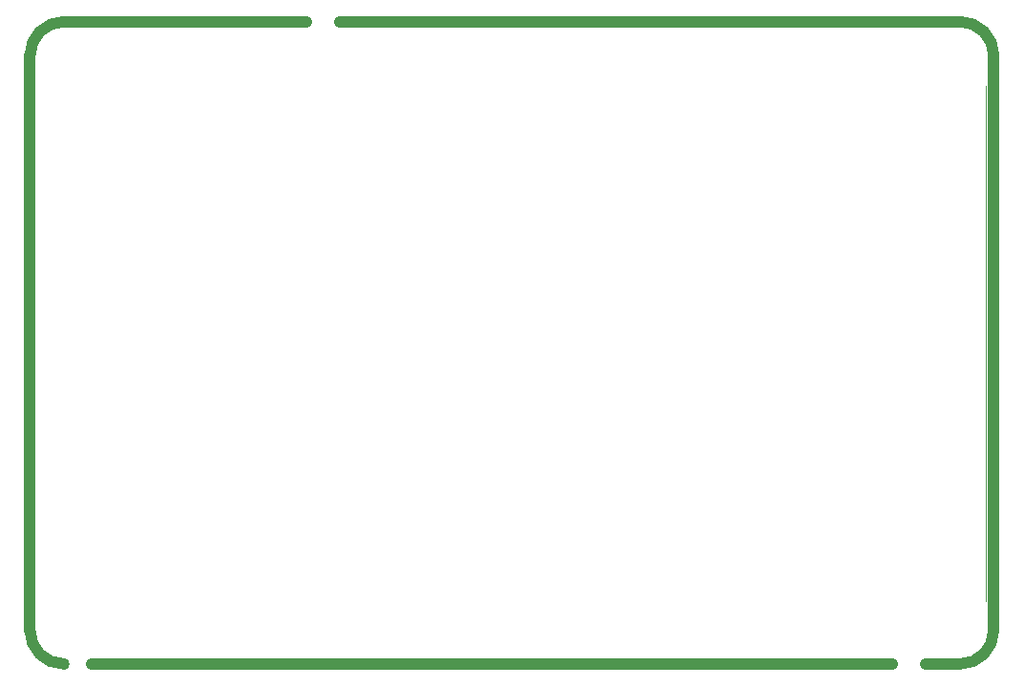
<source format=gbr>
G04 #@! TF.FileFunction,Profile,NP*
%FSLAX46Y46*%
G04 Gerber Fmt 4.6, Leading zero omitted, Abs format (unit mm)*
G04 Created by KiCad (PCBNEW (2015-01-16 BZR 5376)-product) date 3/31/2016 11:59:57 AM*
%MOMM*%
G01*
G04 APERTURE LIST*
%ADD10C,0.100000*%
%ADD11C,1.000000*%
G04 APERTURE END LIST*
D10*
D11*
X96500000Y-72000000D02*
X118000000Y-72000000D01*
X179000000Y-75000000D02*
G75*
G03X176000000Y-72000000I-3000000J0D01*
G01*
X176000000Y-129000000D02*
G75*
G03X179000000Y-126000000I0J3000000D01*
G01*
X93500000Y-126000000D02*
G75*
G03X96500000Y-129000000I3000000J0D01*
G01*
X170000000Y-129000000D02*
X99000000Y-129000000D01*
X176000000Y-129000000D02*
X173000000Y-129000000D01*
X179000000Y-75000000D02*
X179000000Y-126000000D01*
X121000000Y-72000000D02*
X176000000Y-72000000D01*
X96500000Y-72000000D02*
G75*
G03X93500000Y-75000000I0J-3000000D01*
G01*
X93500000Y-75000000D02*
X93500000Y-126000000D01*
D10*
X178308000Y-77724000D02*
X178308000Y-123444000D01*
M02*

</source>
